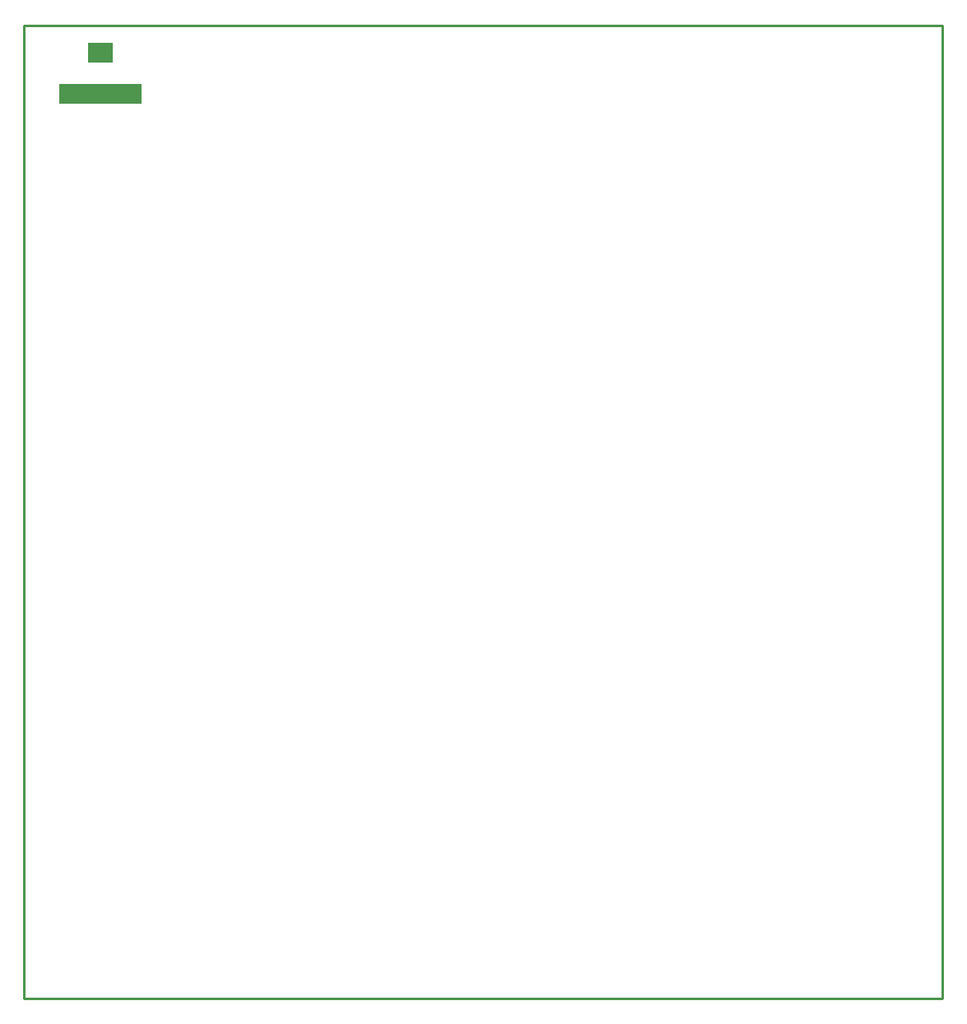
<source format=gko>
G04*
G04 #@! TF.GenerationSoftware,Altium Limited,Altium Designer,21.0.9 (235)*
G04*
G04 Layer_Color=16711935*
%FSLAX25Y25*%
%MOIN*%
G70*
G04*
G04 #@! TF.SameCoordinates,BF8AA8E3-E573-41D7-9BE7-E27BED457F28*
G04*
G04*
G04 #@! TF.FilePolarity,Positive*
G04*
G01*
G75*
%ADD15C,0.01000*%
%ADD116R,0.09843X0.07874*%
%ADD117R,0.33465X0.07874*%
D15*
X98000Y110000D02*
X470000D01*
X98000Y504000D02*
X98000Y110000D01*
X470000Y504000D02*
X470000Y110000D01*
X98000Y504000D02*
X470000D01*
D116*
X128744Y493102D02*
D03*
D117*
X128941Y476173D02*
D03*
M02*

</source>
